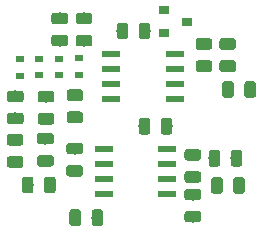
<source format=gtp>
G04 #@! TF.GenerationSoftware,KiCad,Pcbnew,5.0.0*
G04 #@! TF.CreationDate,2018-09-10T00:09:20+02:00*
G04 #@! TF.ProjectId,preamp,707265616D702E6B696361645F706362,rev?*
G04 #@! TF.SameCoordinates,Original*
G04 #@! TF.FileFunction,Paste,Top*
G04 #@! TF.FilePolarity,Positive*
%FSLAX46Y46*%
G04 Gerber Fmt 4.6, Leading zero omitted, Abs format (unit mm)*
G04 Created by KiCad (PCBNEW 5.0.0) date Mon Sep 10 00:09:20 2018*
%MOMM*%
%LPD*%
G01*
G04 APERTURE LIST*
%ADD10C,0.100000*%
%ADD11C,0.975000*%
%ADD12R,0.900000X0.800000*%
%ADD13R,1.550000X0.600000*%
%ADD14R,0.700000X0.600000*%
G04 APERTURE END LIST*
D10*
G04 #@! TO.C,C1*
G36*
X103273599Y-100406392D02*
X103297260Y-100409902D01*
X103320464Y-100415714D01*
X103342986Y-100423772D01*
X103364610Y-100434000D01*
X103385127Y-100446297D01*
X103404340Y-100460547D01*
X103422064Y-100476611D01*
X103438128Y-100494335D01*
X103452378Y-100513548D01*
X103464675Y-100534065D01*
X103474903Y-100555689D01*
X103482961Y-100578211D01*
X103488773Y-100601415D01*
X103492283Y-100625076D01*
X103493457Y-100648968D01*
X103493457Y-101561468D01*
X103492283Y-101585360D01*
X103488773Y-101609021D01*
X103482961Y-101632225D01*
X103474903Y-101654747D01*
X103464675Y-101676371D01*
X103452378Y-101696888D01*
X103438128Y-101716101D01*
X103422064Y-101733825D01*
X103404340Y-101749889D01*
X103385127Y-101764139D01*
X103364610Y-101776436D01*
X103342986Y-101786664D01*
X103320464Y-101794722D01*
X103297260Y-101800534D01*
X103273599Y-101804044D01*
X103249707Y-101805218D01*
X102762207Y-101805218D01*
X102738315Y-101804044D01*
X102714654Y-101800534D01*
X102691450Y-101794722D01*
X102668928Y-101786664D01*
X102647304Y-101776436D01*
X102626787Y-101764139D01*
X102607574Y-101749889D01*
X102589850Y-101733825D01*
X102573786Y-101716101D01*
X102559536Y-101696888D01*
X102547239Y-101676371D01*
X102537011Y-101654747D01*
X102528953Y-101632225D01*
X102523141Y-101609021D01*
X102519631Y-101585360D01*
X102518457Y-101561468D01*
X102518457Y-100648968D01*
X102519631Y-100625076D01*
X102523141Y-100601415D01*
X102528953Y-100578211D01*
X102537011Y-100555689D01*
X102547239Y-100534065D01*
X102559536Y-100513548D01*
X102573786Y-100494335D01*
X102589850Y-100476611D01*
X102607574Y-100460547D01*
X102626787Y-100446297D01*
X102647304Y-100434000D01*
X102668928Y-100423772D01*
X102691450Y-100415714D01*
X102714654Y-100409902D01*
X102738315Y-100406392D01*
X102762207Y-100405218D01*
X103249707Y-100405218D01*
X103273599Y-100406392D01*
X103273599Y-100406392D01*
G37*
D11*
X103005957Y-101105218D03*
D10*
G36*
X101398599Y-100406392D02*
X101422260Y-100409902D01*
X101445464Y-100415714D01*
X101467986Y-100423772D01*
X101489610Y-100434000D01*
X101510127Y-100446297D01*
X101529340Y-100460547D01*
X101547064Y-100476611D01*
X101563128Y-100494335D01*
X101577378Y-100513548D01*
X101589675Y-100534065D01*
X101599903Y-100555689D01*
X101607961Y-100578211D01*
X101613773Y-100601415D01*
X101617283Y-100625076D01*
X101618457Y-100648968D01*
X101618457Y-101561468D01*
X101617283Y-101585360D01*
X101613773Y-101609021D01*
X101607961Y-101632225D01*
X101599903Y-101654747D01*
X101589675Y-101676371D01*
X101577378Y-101696888D01*
X101563128Y-101716101D01*
X101547064Y-101733825D01*
X101529340Y-101749889D01*
X101510127Y-101764139D01*
X101489610Y-101776436D01*
X101467986Y-101786664D01*
X101445464Y-101794722D01*
X101422260Y-101800534D01*
X101398599Y-101804044D01*
X101374707Y-101805218D01*
X100887207Y-101805218D01*
X100863315Y-101804044D01*
X100839654Y-101800534D01*
X100816450Y-101794722D01*
X100793928Y-101786664D01*
X100772304Y-101776436D01*
X100751787Y-101764139D01*
X100732574Y-101749889D01*
X100714850Y-101733825D01*
X100698786Y-101716101D01*
X100684536Y-101696888D01*
X100672239Y-101676371D01*
X100662011Y-101654747D01*
X100653953Y-101632225D01*
X100648141Y-101609021D01*
X100644631Y-101585360D01*
X100643457Y-101561468D01*
X100643457Y-100648968D01*
X100644631Y-100625076D01*
X100648141Y-100601415D01*
X100653953Y-100578211D01*
X100662011Y-100555689D01*
X100672239Y-100534065D01*
X100684536Y-100513548D01*
X100698786Y-100494335D01*
X100714850Y-100476611D01*
X100732574Y-100460547D01*
X100751787Y-100446297D01*
X100772304Y-100434000D01*
X100793928Y-100423772D01*
X100816450Y-100415714D01*
X100839654Y-100409902D01*
X100863315Y-100406392D01*
X100887207Y-100405218D01*
X101374707Y-100405218D01*
X101398599Y-100406392D01*
X101398599Y-100406392D01*
G37*
D11*
X101130957Y-101105218D03*
G04 #@! TD*
D10*
G04 #@! TO.C,C2*
G36*
X90661399Y-101764192D02*
X90685060Y-101767702D01*
X90708264Y-101773514D01*
X90730786Y-101781572D01*
X90752410Y-101791800D01*
X90772927Y-101804097D01*
X90792140Y-101818347D01*
X90809864Y-101834411D01*
X90825928Y-101852135D01*
X90840178Y-101871348D01*
X90852475Y-101891865D01*
X90862703Y-101913489D01*
X90870761Y-101936011D01*
X90876573Y-101959215D01*
X90880083Y-101982876D01*
X90881257Y-102006768D01*
X90881257Y-102494268D01*
X90880083Y-102518160D01*
X90876573Y-102541821D01*
X90870761Y-102565025D01*
X90862703Y-102587547D01*
X90852475Y-102609171D01*
X90840178Y-102629688D01*
X90825928Y-102648901D01*
X90809864Y-102666625D01*
X90792140Y-102682689D01*
X90772927Y-102696939D01*
X90752410Y-102709236D01*
X90730786Y-102719464D01*
X90708264Y-102727522D01*
X90685060Y-102733334D01*
X90661399Y-102736844D01*
X90637507Y-102738018D01*
X89725007Y-102738018D01*
X89701115Y-102736844D01*
X89677454Y-102733334D01*
X89654250Y-102727522D01*
X89631728Y-102719464D01*
X89610104Y-102709236D01*
X89589587Y-102696939D01*
X89570374Y-102682689D01*
X89552650Y-102666625D01*
X89536586Y-102648901D01*
X89522336Y-102629688D01*
X89510039Y-102609171D01*
X89499811Y-102587547D01*
X89491753Y-102565025D01*
X89485941Y-102541821D01*
X89482431Y-102518160D01*
X89481257Y-102494268D01*
X89481257Y-102006768D01*
X89482431Y-101982876D01*
X89485941Y-101959215D01*
X89491753Y-101936011D01*
X89499811Y-101913489D01*
X89510039Y-101891865D01*
X89522336Y-101871348D01*
X89536586Y-101852135D01*
X89552650Y-101834411D01*
X89570374Y-101818347D01*
X89589587Y-101804097D01*
X89610104Y-101791800D01*
X89631728Y-101781572D01*
X89654250Y-101773514D01*
X89677454Y-101767702D01*
X89701115Y-101764192D01*
X89725007Y-101763018D01*
X90637507Y-101763018D01*
X90661399Y-101764192D01*
X90661399Y-101764192D01*
G37*
D11*
X90181257Y-102250518D03*
D10*
G36*
X90661399Y-103639192D02*
X90685060Y-103642702D01*
X90708264Y-103648514D01*
X90730786Y-103656572D01*
X90752410Y-103666800D01*
X90772927Y-103679097D01*
X90792140Y-103693347D01*
X90809864Y-103709411D01*
X90825928Y-103727135D01*
X90840178Y-103746348D01*
X90852475Y-103766865D01*
X90862703Y-103788489D01*
X90870761Y-103811011D01*
X90876573Y-103834215D01*
X90880083Y-103857876D01*
X90881257Y-103881768D01*
X90881257Y-104369268D01*
X90880083Y-104393160D01*
X90876573Y-104416821D01*
X90870761Y-104440025D01*
X90862703Y-104462547D01*
X90852475Y-104484171D01*
X90840178Y-104504688D01*
X90825928Y-104523901D01*
X90809864Y-104541625D01*
X90792140Y-104557689D01*
X90772927Y-104571939D01*
X90752410Y-104584236D01*
X90730786Y-104594464D01*
X90708264Y-104602522D01*
X90685060Y-104608334D01*
X90661399Y-104611844D01*
X90637507Y-104613018D01*
X89725007Y-104613018D01*
X89701115Y-104611844D01*
X89677454Y-104608334D01*
X89654250Y-104602522D01*
X89631728Y-104594464D01*
X89610104Y-104584236D01*
X89589587Y-104571939D01*
X89570374Y-104557689D01*
X89552650Y-104541625D01*
X89536586Y-104523901D01*
X89522336Y-104504688D01*
X89510039Y-104484171D01*
X89499811Y-104462547D01*
X89491753Y-104440025D01*
X89485941Y-104416821D01*
X89482431Y-104393160D01*
X89481257Y-104369268D01*
X89481257Y-103881768D01*
X89482431Y-103857876D01*
X89485941Y-103834215D01*
X89491753Y-103811011D01*
X89499811Y-103788489D01*
X89510039Y-103766865D01*
X89522336Y-103746348D01*
X89536586Y-103727135D01*
X89552650Y-103709411D01*
X89570374Y-103693347D01*
X89589587Y-103679097D01*
X89610104Y-103666800D01*
X89631728Y-103656572D01*
X89654250Y-103648514D01*
X89677454Y-103642702D01*
X89701115Y-103639192D01*
X89725007Y-103638018D01*
X90637507Y-103638018D01*
X90661399Y-103639192D01*
X90661399Y-103639192D01*
G37*
D11*
X90181257Y-104125518D03*
G04 #@! TD*
D10*
G04 #@! TO.C,C3*
G36*
X106652142Y-93648374D02*
X106675803Y-93651884D01*
X106699007Y-93657696D01*
X106721529Y-93665754D01*
X106743153Y-93675982D01*
X106763670Y-93688279D01*
X106782883Y-93702529D01*
X106800607Y-93718593D01*
X106816671Y-93736317D01*
X106830921Y-93755530D01*
X106843218Y-93776047D01*
X106853446Y-93797671D01*
X106861504Y-93820193D01*
X106867316Y-93843397D01*
X106870826Y-93867058D01*
X106872000Y-93890950D01*
X106872000Y-94378450D01*
X106870826Y-94402342D01*
X106867316Y-94426003D01*
X106861504Y-94449207D01*
X106853446Y-94471729D01*
X106843218Y-94493353D01*
X106830921Y-94513870D01*
X106816671Y-94533083D01*
X106800607Y-94550807D01*
X106782883Y-94566871D01*
X106763670Y-94581121D01*
X106743153Y-94593418D01*
X106721529Y-94603646D01*
X106699007Y-94611704D01*
X106675803Y-94617516D01*
X106652142Y-94621026D01*
X106628250Y-94622200D01*
X105715750Y-94622200D01*
X105691858Y-94621026D01*
X105668197Y-94617516D01*
X105644993Y-94611704D01*
X105622471Y-94603646D01*
X105600847Y-94593418D01*
X105580330Y-94581121D01*
X105561117Y-94566871D01*
X105543393Y-94550807D01*
X105527329Y-94533083D01*
X105513079Y-94513870D01*
X105500782Y-94493353D01*
X105490554Y-94471729D01*
X105482496Y-94449207D01*
X105476684Y-94426003D01*
X105473174Y-94402342D01*
X105472000Y-94378450D01*
X105472000Y-93890950D01*
X105473174Y-93867058D01*
X105476684Y-93843397D01*
X105482496Y-93820193D01*
X105490554Y-93797671D01*
X105500782Y-93776047D01*
X105513079Y-93755530D01*
X105527329Y-93736317D01*
X105543393Y-93718593D01*
X105561117Y-93702529D01*
X105580330Y-93688279D01*
X105600847Y-93675982D01*
X105622471Y-93665754D01*
X105644993Y-93657696D01*
X105668197Y-93651884D01*
X105691858Y-93648374D01*
X105715750Y-93647200D01*
X106628250Y-93647200D01*
X106652142Y-93648374D01*
X106652142Y-93648374D01*
G37*
D11*
X106172000Y-94134700D03*
D10*
G36*
X106652142Y-95523374D02*
X106675803Y-95526884D01*
X106699007Y-95532696D01*
X106721529Y-95540754D01*
X106743153Y-95550982D01*
X106763670Y-95563279D01*
X106782883Y-95577529D01*
X106800607Y-95593593D01*
X106816671Y-95611317D01*
X106830921Y-95630530D01*
X106843218Y-95651047D01*
X106853446Y-95672671D01*
X106861504Y-95695193D01*
X106867316Y-95718397D01*
X106870826Y-95742058D01*
X106872000Y-95765950D01*
X106872000Y-96253450D01*
X106870826Y-96277342D01*
X106867316Y-96301003D01*
X106861504Y-96324207D01*
X106853446Y-96346729D01*
X106843218Y-96368353D01*
X106830921Y-96388870D01*
X106816671Y-96408083D01*
X106800607Y-96425807D01*
X106782883Y-96441871D01*
X106763670Y-96456121D01*
X106743153Y-96468418D01*
X106721529Y-96478646D01*
X106699007Y-96486704D01*
X106675803Y-96492516D01*
X106652142Y-96496026D01*
X106628250Y-96497200D01*
X105715750Y-96497200D01*
X105691858Y-96496026D01*
X105668197Y-96492516D01*
X105644993Y-96486704D01*
X105622471Y-96478646D01*
X105600847Y-96468418D01*
X105580330Y-96456121D01*
X105561117Y-96441871D01*
X105543393Y-96425807D01*
X105527329Y-96408083D01*
X105513079Y-96388870D01*
X105500782Y-96368353D01*
X105490554Y-96346729D01*
X105482496Y-96324207D01*
X105476684Y-96301003D01*
X105473174Y-96277342D01*
X105472000Y-96253450D01*
X105472000Y-95765950D01*
X105473174Y-95742058D01*
X105476684Y-95718397D01*
X105482496Y-95695193D01*
X105490554Y-95672671D01*
X105500782Y-95651047D01*
X105513079Y-95630530D01*
X105527329Y-95611317D01*
X105543393Y-95593593D01*
X105561117Y-95577529D01*
X105580330Y-95563279D01*
X105600847Y-95550982D01*
X105622471Y-95540754D01*
X105644993Y-95532696D01*
X105668197Y-95526884D01*
X105691858Y-95523374D01*
X105715750Y-95522200D01*
X106628250Y-95522200D01*
X106652142Y-95523374D01*
X106652142Y-95523374D01*
G37*
D11*
X106172000Y-96009700D03*
G04 #@! TD*
D10*
G04 #@! TO.C,C4*
G36*
X95715999Y-97979592D02*
X95739660Y-97983102D01*
X95762864Y-97988914D01*
X95785386Y-97996972D01*
X95807010Y-98007200D01*
X95827527Y-98019497D01*
X95846740Y-98033747D01*
X95864464Y-98049811D01*
X95880528Y-98067535D01*
X95894778Y-98086748D01*
X95907075Y-98107265D01*
X95917303Y-98128889D01*
X95925361Y-98151411D01*
X95931173Y-98174615D01*
X95934683Y-98198276D01*
X95935857Y-98222168D01*
X95935857Y-98709668D01*
X95934683Y-98733560D01*
X95931173Y-98757221D01*
X95925361Y-98780425D01*
X95917303Y-98802947D01*
X95907075Y-98824571D01*
X95894778Y-98845088D01*
X95880528Y-98864301D01*
X95864464Y-98882025D01*
X95846740Y-98898089D01*
X95827527Y-98912339D01*
X95807010Y-98924636D01*
X95785386Y-98934864D01*
X95762864Y-98942922D01*
X95739660Y-98948734D01*
X95715999Y-98952244D01*
X95692107Y-98953418D01*
X94779607Y-98953418D01*
X94755715Y-98952244D01*
X94732054Y-98948734D01*
X94708850Y-98942922D01*
X94686328Y-98934864D01*
X94664704Y-98924636D01*
X94644187Y-98912339D01*
X94624974Y-98898089D01*
X94607250Y-98882025D01*
X94591186Y-98864301D01*
X94576936Y-98845088D01*
X94564639Y-98824571D01*
X94554411Y-98802947D01*
X94546353Y-98780425D01*
X94540541Y-98757221D01*
X94537031Y-98733560D01*
X94535857Y-98709668D01*
X94535857Y-98222168D01*
X94537031Y-98198276D01*
X94540541Y-98174615D01*
X94546353Y-98151411D01*
X94554411Y-98128889D01*
X94564639Y-98107265D01*
X94576936Y-98086748D01*
X94591186Y-98067535D01*
X94607250Y-98049811D01*
X94624974Y-98033747D01*
X94644187Y-98019497D01*
X94664704Y-98007200D01*
X94686328Y-97996972D01*
X94708850Y-97988914D01*
X94732054Y-97983102D01*
X94755715Y-97979592D01*
X94779607Y-97978418D01*
X95692107Y-97978418D01*
X95715999Y-97979592D01*
X95715999Y-97979592D01*
G37*
D11*
X95235857Y-98465918D03*
D10*
G36*
X95715999Y-99854592D02*
X95739660Y-99858102D01*
X95762864Y-99863914D01*
X95785386Y-99871972D01*
X95807010Y-99882200D01*
X95827527Y-99894497D01*
X95846740Y-99908747D01*
X95864464Y-99924811D01*
X95880528Y-99942535D01*
X95894778Y-99961748D01*
X95907075Y-99982265D01*
X95917303Y-100003889D01*
X95925361Y-100026411D01*
X95931173Y-100049615D01*
X95934683Y-100073276D01*
X95935857Y-100097168D01*
X95935857Y-100584668D01*
X95934683Y-100608560D01*
X95931173Y-100632221D01*
X95925361Y-100655425D01*
X95917303Y-100677947D01*
X95907075Y-100699571D01*
X95894778Y-100720088D01*
X95880528Y-100739301D01*
X95864464Y-100757025D01*
X95846740Y-100773089D01*
X95827527Y-100787339D01*
X95807010Y-100799636D01*
X95785386Y-100809864D01*
X95762864Y-100817922D01*
X95739660Y-100823734D01*
X95715999Y-100827244D01*
X95692107Y-100828418D01*
X94779607Y-100828418D01*
X94755715Y-100827244D01*
X94732054Y-100823734D01*
X94708850Y-100817922D01*
X94686328Y-100809864D01*
X94664704Y-100799636D01*
X94644187Y-100787339D01*
X94624974Y-100773089D01*
X94607250Y-100757025D01*
X94591186Y-100739301D01*
X94576936Y-100720088D01*
X94564639Y-100699571D01*
X94554411Y-100677947D01*
X94546353Y-100655425D01*
X94540541Y-100632221D01*
X94537031Y-100608560D01*
X94535857Y-100584668D01*
X94535857Y-100097168D01*
X94537031Y-100073276D01*
X94540541Y-100049615D01*
X94546353Y-100026411D01*
X94554411Y-100003889D01*
X94564639Y-99982265D01*
X94576936Y-99961748D01*
X94591186Y-99942535D01*
X94607250Y-99924811D01*
X94624974Y-99908747D01*
X94644187Y-99894497D01*
X94664704Y-99882200D01*
X94686328Y-99871972D01*
X94708850Y-99863914D01*
X94732054Y-99858102D01*
X94755715Y-99854592D01*
X94779607Y-99853418D01*
X95692107Y-99853418D01*
X95715999Y-99854592D01*
X95715999Y-99854592D01*
G37*
D11*
X95235857Y-100340918D03*
G04 #@! TD*
D10*
G04 #@! TO.C,C5*
G36*
X93226799Y-103539892D02*
X93250460Y-103543402D01*
X93273664Y-103549214D01*
X93296186Y-103557272D01*
X93317810Y-103567500D01*
X93338327Y-103579797D01*
X93357540Y-103594047D01*
X93375264Y-103610111D01*
X93391328Y-103627835D01*
X93405578Y-103647048D01*
X93417875Y-103667565D01*
X93428103Y-103689189D01*
X93436161Y-103711711D01*
X93441973Y-103734915D01*
X93445483Y-103758576D01*
X93446657Y-103782468D01*
X93446657Y-104269968D01*
X93445483Y-104293860D01*
X93441973Y-104317521D01*
X93436161Y-104340725D01*
X93428103Y-104363247D01*
X93417875Y-104384871D01*
X93405578Y-104405388D01*
X93391328Y-104424601D01*
X93375264Y-104442325D01*
X93357540Y-104458389D01*
X93338327Y-104472639D01*
X93317810Y-104484936D01*
X93296186Y-104495164D01*
X93273664Y-104503222D01*
X93250460Y-104509034D01*
X93226799Y-104512544D01*
X93202907Y-104513718D01*
X92290407Y-104513718D01*
X92266515Y-104512544D01*
X92242854Y-104509034D01*
X92219650Y-104503222D01*
X92197128Y-104495164D01*
X92175504Y-104484936D01*
X92154987Y-104472639D01*
X92135774Y-104458389D01*
X92118050Y-104442325D01*
X92101986Y-104424601D01*
X92087736Y-104405388D01*
X92075439Y-104384871D01*
X92065211Y-104363247D01*
X92057153Y-104340725D01*
X92051341Y-104317521D01*
X92047831Y-104293860D01*
X92046657Y-104269968D01*
X92046657Y-103782468D01*
X92047831Y-103758576D01*
X92051341Y-103734915D01*
X92057153Y-103711711D01*
X92065211Y-103689189D01*
X92075439Y-103667565D01*
X92087736Y-103647048D01*
X92101986Y-103627835D01*
X92118050Y-103610111D01*
X92135774Y-103594047D01*
X92154987Y-103579797D01*
X92175504Y-103567500D01*
X92197128Y-103557272D01*
X92219650Y-103549214D01*
X92242854Y-103543402D01*
X92266515Y-103539892D01*
X92290407Y-103538718D01*
X93202907Y-103538718D01*
X93226799Y-103539892D01*
X93226799Y-103539892D01*
G37*
D11*
X92746657Y-104026218D03*
D10*
G36*
X93226799Y-101664892D02*
X93250460Y-101668402D01*
X93273664Y-101674214D01*
X93296186Y-101682272D01*
X93317810Y-101692500D01*
X93338327Y-101704797D01*
X93357540Y-101719047D01*
X93375264Y-101735111D01*
X93391328Y-101752835D01*
X93405578Y-101772048D01*
X93417875Y-101792565D01*
X93428103Y-101814189D01*
X93436161Y-101836711D01*
X93441973Y-101859915D01*
X93445483Y-101883576D01*
X93446657Y-101907468D01*
X93446657Y-102394968D01*
X93445483Y-102418860D01*
X93441973Y-102442521D01*
X93436161Y-102465725D01*
X93428103Y-102488247D01*
X93417875Y-102509871D01*
X93405578Y-102530388D01*
X93391328Y-102549601D01*
X93375264Y-102567325D01*
X93357540Y-102583389D01*
X93338327Y-102597639D01*
X93317810Y-102609936D01*
X93296186Y-102620164D01*
X93273664Y-102628222D01*
X93250460Y-102634034D01*
X93226799Y-102637544D01*
X93202907Y-102638718D01*
X92290407Y-102638718D01*
X92266515Y-102637544D01*
X92242854Y-102634034D01*
X92219650Y-102628222D01*
X92197128Y-102620164D01*
X92175504Y-102609936D01*
X92154987Y-102597639D01*
X92135774Y-102583389D01*
X92118050Y-102567325D01*
X92101986Y-102549601D01*
X92087736Y-102530388D01*
X92075439Y-102509871D01*
X92065211Y-102488247D01*
X92057153Y-102465725D01*
X92051341Y-102442521D01*
X92047831Y-102418860D01*
X92046657Y-102394968D01*
X92046657Y-101907468D01*
X92047831Y-101883576D01*
X92051341Y-101859915D01*
X92057153Y-101836711D01*
X92065211Y-101814189D01*
X92075439Y-101792565D01*
X92087736Y-101772048D01*
X92101986Y-101752835D01*
X92118050Y-101735111D01*
X92135774Y-101719047D01*
X92154987Y-101704797D01*
X92175504Y-101692500D01*
X92197128Y-101682272D01*
X92219650Y-101674214D01*
X92242854Y-101668402D01*
X92266515Y-101664892D01*
X92290407Y-101663718D01*
X93202907Y-101663718D01*
X93226799Y-101664892D01*
X93226799Y-101664892D01*
G37*
D11*
X92746657Y-102151218D03*
G04 #@! TD*
D10*
G04 #@! TO.C,C6*
G36*
X101408142Y-92341374D02*
X101431803Y-92344884D01*
X101455007Y-92350696D01*
X101477529Y-92358754D01*
X101499153Y-92368982D01*
X101519670Y-92381279D01*
X101538883Y-92395529D01*
X101556607Y-92411593D01*
X101572671Y-92429317D01*
X101586921Y-92448530D01*
X101599218Y-92469047D01*
X101609446Y-92490671D01*
X101617504Y-92513193D01*
X101623316Y-92536397D01*
X101626826Y-92560058D01*
X101628000Y-92583950D01*
X101628000Y-93496450D01*
X101626826Y-93520342D01*
X101623316Y-93544003D01*
X101617504Y-93567207D01*
X101609446Y-93589729D01*
X101599218Y-93611353D01*
X101586921Y-93631870D01*
X101572671Y-93651083D01*
X101556607Y-93668807D01*
X101538883Y-93684871D01*
X101519670Y-93699121D01*
X101499153Y-93711418D01*
X101477529Y-93721646D01*
X101455007Y-93729704D01*
X101431803Y-93735516D01*
X101408142Y-93739026D01*
X101384250Y-93740200D01*
X100896750Y-93740200D01*
X100872858Y-93739026D01*
X100849197Y-93735516D01*
X100825993Y-93729704D01*
X100803471Y-93721646D01*
X100781847Y-93711418D01*
X100761330Y-93699121D01*
X100742117Y-93684871D01*
X100724393Y-93668807D01*
X100708329Y-93651083D01*
X100694079Y-93631870D01*
X100681782Y-93611353D01*
X100671554Y-93589729D01*
X100663496Y-93567207D01*
X100657684Y-93544003D01*
X100654174Y-93520342D01*
X100653000Y-93496450D01*
X100653000Y-92583950D01*
X100654174Y-92560058D01*
X100657684Y-92536397D01*
X100663496Y-92513193D01*
X100671554Y-92490671D01*
X100681782Y-92469047D01*
X100694079Y-92448530D01*
X100708329Y-92429317D01*
X100724393Y-92411593D01*
X100742117Y-92395529D01*
X100761330Y-92381279D01*
X100781847Y-92368982D01*
X100803471Y-92358754D01*
X100825993Y-92350696D01*
X100849197Y-92344884D01*
X100872858Y-92341374D01*
X100896750Y-92340200D01*
X101384250Y-92340200D01*
X101408142Y-92341374D01*
X101408142Y-92341374D01*
G37*
D11*
X101140500Y-93040200D03*
D10*
G36*
X99533142Y-92341374D02*
X99556803Y-92344884D01*
X99580007Y-92350696D01*
X99602529Y-92358754D01*
X99624153Y-92368982D01*
X99644670Y-92381279D01*
X99663883Y-92395529D01*
X99681607Y-92411593D01*
X99697671Y-92429317D01*
X99711921Y-92448530D01*
X99724218Y-92469047D01*
X99734446Y-92490671D01*
X99742504Y-92513193D01*
X99748316Y-92536397D01*
X99751826Y-92560058D01*
X99753000Y-92583950D01*
X99753000Y-93496450D01*
X99751826Y-93520342D01*
X99748316Y-93544003D01*
X99742504Y-93567207D01*
X99734446Y-93589729D01*
X99724218Y-93611353D01*
X99711921Y-93631870D01*
X99697671Y-93651083D01*
X99681607Y-93668807D01*
X99663883Y-93684871D01*
X99644670Y-93699121D01*
X99624153Y-93711418D01*
X99602529Y-93721646D01*
X99580007Y-93729704D01*
X99556803Y-93735516D01*
X99533142Y-93739026D01*
X99509250Y-93740200D01*
X99021750Y-93740200D01*
X98997858Y-93739026D01*
X98974197Y-93735516D01*
X98950993Y-93729704D01*
X98928471Y-93721646D01*
X98906847Y-93711418D01*
X98886330Y-93699121D01*
X98867117Y-93684871D01*
X98849393Y-93668807D01*
X98833329Y-93651083D01*
X98819079Y-93631870D01*
X98806782Y-93611353D01*
X98796554Y-93589729D01*
X98788496Y-93567207D01*
X98782684Y-93544003D01*
X98779174Y-93520342D01*
X98778000Y-93496450D01*
X98778000Y-92583950D01*
X98779174Y-92560058D01*
X98782684Y-92536397D01*
X98788496Y-92513193D01*
X98796554Y-92490671D01*
X98806782Y-92469047D01*
X98819079Y-92448530D01*
X98833329Y-92429317D01*
X98849393Y-92411593D01*
X98867117Y-92395529D01*
X98886330Y-92381279D01*
X98906847Y-92368982D01*
X98928471Y-92358754D01*
X98950993Y-92350696D01*
X98974197Y-92344884D01*
X98997858Y-92341374D01*
X99021750Y-92340200D01*
X99509250Y-92340200D01*
X99533142Y-92341374D01*
X99533142Y-92341374D01*
G37*
D11*
X99265500Y-93040200D03*
G04 #@! TD*
D10*
G04 #@! TO.C,C7*
G36*
X97407642Y-108140174D02*
X97431303Y-108143684D01*
X97454507Y-108149496D01*
X97477029Y-108157554D01*
X97498653Y-108167782D01*
X97519170Y-108180079D01*
X97538383Y-108194329D01*
X97556107Y-108210393D01*
X97572171Y-108228117D01*
X97586421Y-108247330D01*
X97598718Y-108267847D01*
X97608946Y-108289471D01*
X97617004Y-108311993D01*
X97622816Y-108335197D01*
X97626326Y-108358858D01*
X97627500Y-108382750D01*
X97627500Y-109295250D01*
X97626326Y-109319142D01*
X97622816Y-109342803D01*
X97617004Y-109366007D01*
X97608946Y-109388529D01*
X97598718Y-109410153D01*
X97586421Y-109430670D01*
X97572171Y-109449883D01*
X97556107Y-109467607D01*
X97538383Y-109483671D01*
X97519170Y-109497921D01*
X97498653Y-109510218D01*
X97477029Y-109520446D01*
X97454507Y-109528504D01*
X97431303Y-109534316D01*
X97407642Y-109537826D01*
X97383750Y-109539000D01*
X96896250Y-109539000D01*
X96872358Y-109537826D01*
X96848697Y-109534316D01*
X96825493Y-109528504D01*
X96802971Y-109520446D01*
X96781347Y-109510218D01*
X96760830Y-109497921D01*
X96741617Y-109483671D01*
X96723893Y-109467607D01*
X96707829Y-109449883D01*
X96693579Y-109430670D01*
X96681282Y-109410153D01*
X96671054Y-109388529D01*
X96662996Y-109366007D01*
X96657184Y-109342803D01*
X96653674Y-109319142D01*
X96652500Y-109295250D01*
X96652500Y-108382750D01*
X96653674Y-108358858D01*
X96657184Y-108335197D01*
X96662996Y-108311993D01*
X96671054Y-108289471D01*
X96681282Y-108267847D01*
X96693579Y-108247330D01*
X96707829Y-108228117D01*
X96723893Y-108210393D01*
X96741617Y-108194329D01*
X96760830Y-108180079D01*
X96781347Y-108167782D01*
X96802971Y-108157554D01*
X96825493Y-108149496D01*
X96848697Y-108143684D01*
X96872358Y-108140174D01*
X96896250Y-108139000D01*
X97383750Y-108139000D01*
X97407642Y-108140174D01*
X97407642Y-108140174D01*
G37*
D11*
X97140000Y-108839000D03*
D10*
G36*
X95532642Y-108140174D02*
X95556303Y-108143684D01*
X95579507Y-108149496D01*
X95602029Y-108157554D01*
X95623653Y-108167782D01*
X95644170Y-108180079D01*
X95663383Y-108194329D01*
X95681107Y-108210393D01*
X95697171Y-108228117D01*
X95711421Y-108247330D01*
X95723718Y-108267847D01*
X95733946Y-108289471D01*
X95742004Y-108311993D01*
X95747816Y-108335197D01*
X95751326Y-108358858D01*
X95752500Y-108382750D01*
X95752500Y-109295250D01*
X95751326Y-109319142D01*
X95747816Y-109342803D01*
X95742004Y-109366007D01*
X95733946Y-109388529D01*
X95723718Y-109410153D01*
X95711421Y-109430670D01*
X95697171Y-109449883D01*
X95681107Y-109467607D01*
X95663383Y-109483671D01*
X95644170Y-109497921D01*
X95623653Y-109510218D01*
X95602029Y-109520446D01*
X95579507Y-109528504D01*
X95556303Y-109534316D01*
X95532642Y-109537826D01*
X95508750Y-109539000D01*
X95021250Y-109539000D01*
X94997358Y-109537826D01*
X94973697Y-109534316D01*
X94950493Y-109528504D01*
X94927971Y-109520446D01*
X94906347Y-109510218D01*
X94885830Y-109497921D01*
X94866617Y-109483671D01*
X94848893Y-109467607D01*
X94832829Y-109449883D01*
X94818579Y-109430670D01*
X94806282Y-109410153D01*
X94796054Y-109388529D01*
X94787996Y-109366007D01*
X94782184Y-109342803D01*
X94778674Y-109319142D01*
X94777500Y-109295250D01*
X94777500Y-108382750D01*
X94778674Y-108358858D01*
X94782184Y-108335197D01*
X94787996Y-108311993D01*
X94796054Y-108289471D01*
X94806282Y-108267847D01*
X94818579Y-108247330D01*
X94832829Y-108228117D01*
X94848893Y-108210393D01*
X94866617Y-108194329D01*
X94885830Y-108180079D01*
X94906347Y-108167782D01*
X94927971Y-108157554D01*
X94950493Y-108149496D01*
X94973697Y-108143684D01*
X94997358Y-108140174D01*
X95021250Y-108139000D01*
X95508750Y-108139000D01*
X95532642Y-108140174D01*
X95532642Y-108140174D01*
G37*
D11*
X95265000Y-108839000D03*
G04 #@! TD*
D10*
G04 #@! TO.C,C8*
G36*
X109409142Y-105422374D02*
X109432803Y-105425884D01*
X109456007Y-105431696D01*
X109478529Y-105439754D01*
X109500153Y-105449982D01*
X109520670Y-105462279D01*
X109539883Y-105476529D01*
X109557607Y-105492593D01*
X109573671Y-105510317D01*
X109587921Y-105529530D01*
X109600218Y-105550047D01*
X109610446Y-105571671D01*
X109618504Y-105594193D01*
X109624316Y-105617397D01*
X109627826Y-105641058D01*
X109629000Y-105664950D01*
X109629000Y-106577450D01*
X109627826Y-106601342D01*
X109624316Y-106625003D01*
X109618504Y-106648207D01*
X109610446Y-106670729D01*
X109600218Y-106692353D01*
X109587921Y-106712870D01*
X109573671Y-106732083D01*
X109557607Y-106749807D01*
X109539883Y-106765871D01*
X109520670Y-106780121D01*
X109500153Y-106792418D01*
X109478529Y-106802646D01*
X109456007Y-106810704D01*
X109432803Y-106816516D01*
X109409142Y-106820026D01*
X109385250Y-106821200D01*
X108897750Y-106821200D01*
X108873858Y-106820026D01*
X108850197Y-106816516D01*
X108826993Y-106810704D01*
X108804471Y-106802646D01*
X108782847Y-106792418D01*
X108762330Y-106780121D01*
X108743117Y-106765871D01*
X108725393Y-106749807D01*
X108709329Y-106732083D01*
X108695079Y-106712870D01*
X108682782Y-106692353D01*
X108672554Y-106670729D01*
X108664496Y-106648207D01*
X108658684Y-106625003D01*
X108655174Y-106601342D01*
X108654000Y-106577450D01*
X108654000Y-105664950D01*
X108655174Y-105641058D01*
X108658684Y-105617397D01*
X108664496Y-105594193D01*
X108672554Y-105571671D01*
X108682782Y-105550047D01*
X108695079Y-105529530D01*
X108709329Y-105510317D01*
X108725393Y-105492593D01*
X108743117Y-105476529D01*
X108762330Y-105462279D01*
X108782847Y-105449982D01*
X108804471Y-105439754D01*
X108826993Y-105431696D01*
X108850197Y-105425884D01*
X108873858Y-105422374D01*
X108897750Y-105421200D01*
X109385250Y-105421200D01*
X109409142Y-105422374D01*
X109409142Y-105422374D01*
G37*
D11*
X109141500Y-106121200D03*
D10*
G36*
X107534142Y-105422374D02*
X107557803Y-105425884D01*
X107581007Y-105431696D01*
X107603529Y-105439754D01*
X107625153Y-105449982D01*
X107645670Y-105462279D01*
X107664883Y-105476529D01*
X107682607Y-105492593D01*
X107698671Y-105510317D01*
X107712921Y-105529530D01*
X107725218Y-105550047D01*
X107735446Y-105571671D01*
X107743504Y-105594193D01*
X107749316Y-105617397D01*
X107752826Y-105641058D01*
X107754000Y-105664950D01*
X107754000Y-106577450D01*
X107752826Y-106601342D01*
X107749316Y-106625003D01*
X107743504Y-106648207D01*
X107735446Y-106670729D01*
X107725218Y-106692353D01*
X107712921Y-106712870D01*
X107698671Y-106732083D01*
X107682607Y-106749807D01*
X107664883Y-106765871D01*
X107645670Y-106780121D01*
X107625153Y-106792418D01*
X107603529Y-106802646D01*
X107581007Y-106810704D01*
X107557803Y-106816516D01*
X107534142Y-106820026D01*
X107510250Y-106821200D01*
X107022750Y-106821200D01*
X106998858Y-106820026D01*
X106975197Y-106816516D01*
X106951993Y-106810704D01*
X106929471Y-106802646D01*
X106907847Y-106792418D01*
X106887330Y-106780121D01*
X106868117Y-106765871D01*
X106850393Y-106749807D01*
X106834329Y-106732083D01*
X106820079Y-106712870D01*
X106807782Y-106692353D01*
X106797554Y-106670729D01*
X106789496Y-106648207D01*
X106783684Y-106625003D01*
X106780174Y-106601342D01*
X106779000Y-106577450D01*
X106779000Y-105664950D01*
X106780174Y-105641058D01*
X106783684Y-105617397D01*
X106789496Y-105594193D01*
X106797554Y-105571671D01*
X106807782Y-105550047D01*
X106820079Y-105529530D01*
X106834329Y-105510317D01*
X106850393Y-105492593D01*
X106868117Y-105476529D01*
X106887330Y-105462279D01*
X106907847Y-105449982D01*
X106929471Y-105439754D01*
X106951993Y-105431696D01*
X106975197Y-105425884D01*
X106998858Y-105422374D01*
X107022750Y-105421200D01*
X107510250Y-105421200D01*
X107534142Y-105422374D01*
X107534142Y-105422374D01*
G37*
D11*
X107266500Y-106121200D03*
G04 #@! TD*
D12*
G04 #@! TO.C,Q1*
X102759000Y-91302800D03*
X102759000Y-93202800D03*
X104759000Y-92252800D03*
G04 #@! TD*
D10*
G04 #@! TO.C,R1*
G36*
X96492142Y-91489374D02*
X96515803Y-91492884D01*
X96539007Y-91498696D01*
X96561529Y-91506754D01*
X96583153Y-91516982D01*
X96603670Y-91529279D01*
X96622883Y-91543529D01*
X96640607Y-91559593D01*
X96656671Y-91577317D01*
X96670921Y-91596530D01*
X96683218Y-91617047D01*
X96693446Y-91638671D01*
X96701504Y-91661193D01*
X96707316Y-91684397D01*
X96710826Y-91708058D01*
X96712000Y-91731950D01*
X96712000Y-92219450D01*
X96710826Y-92243342D01*
X96707316Y-92267003D01*
X96701504Y-92290207D01*
X96693446Y-92312729D01*
X96683218Y-92334353D01*
X96670921Y-92354870D01*
X96656671Y-92374083D01*
X96640607Y-92391807D01*
X96622883Y-92407871D01*
X96603670Y-92422121D01*
X96583153Y-92434418D01*
X96561529Y-92444646D01*
X96539007Y-92452704D01*
X96515803Y-92458516D01*
X96492142Y-92462026D01*
X96468250Y-92463200D01*
X95555750Y-92463200D01*
X95531858Y-92462026D01*
X95508197Y-92458516D01*
X95484993Y-92452704D01*
X95462471Y-92444646D01*
X95440847Y-92434418D01*
X95420330Y-92422121D01*
X95401117Y-92407871D01*
X95383393Y-92391807D01*
X95367329Y-92374083D01*
X95353079Y-92354870D01*
X95340782Y-92334353D01*
X95330554Y-92312729D01*
X95322496Y-92290207D01*
X95316684Y-92267003D01*
X95313174Y-92243342D01*
X95312000Y-92219450D01*
X95312000Y-91731950D01*
X95313174Y-91708058D01*
X95316684Y-91684397D01*
X95322496Y-91661193D01*
X95330554Y-91638671D01*
X95340782Y-91617047D01*
X95353079Y-91596530D01*
X95367329Y-91577317D01*
X95383393Y-91559593D01*
X95401117Y-91543529D01*
X95420330Y-91529279D01*
X95440847Y-91516982D01*
X95462471Y-91506754D01*
X95484993Y-91498696D01*
X95508197Y-91492884D01*
X95531858Y-91489374D01*
X95555750Y-91488200D01*
X96468250Y-91488200D01*
X96492142Y-91489374D01*
X96492142Y-91489374D01*
G37*
D11*
X96012000Y-91975700D03*
D10*
G36*
X96492142Y-93364374D02*
X96515803Y-93367884D01*
X96539007Y-93373696D01*
X96561529Y-93381754D01*
X96583153Y-93391982D01*
X96603670Y-93404279D01*
X96622883Y-93418529D01*
X96640607Y-93434593D01*
X96656671Y-93452317D01*
X96670921Y-93471530D01*
X96683218Y-93492047D01*
X96693446Y-93513671D01*
X96701504Y-93536193D01*
X96707316Y-93559397D01*
X96710826Y-93583058D01*
X96712000Y-93606950D01*
X96712000Y-94094450D01*
X96710826Y-94118342D01*
X96707316Y-94142003D01*
X96701504Y-94165207D01*
X96693446Y-94187729D01*
X96683218Y-94209353D01*
X96670921Y-94229870D01*
X96656671Y-94249083D01*
X96640607Y-94266807D01*
X96622883Y-94282871D01*
X96603670Y-94297121D01*
X96583153Y-94309418D01*
X96561529Y-94319646D01*
X96539007Y-94327704D01*
X96515803Y-94333516D01*
X96492142Y-94337026D01*
X96468250Y-94338200D01*
X95555750Y-94338200D01*
X95531858Y-94337026D01*
X95508197Y-94333516D01*
X95484993Y-94327704D01*
X95462471Y-94319646D01*
X95440847Y-94309418D01*
X95420330Y-94297121D01*
X95401117Y-94282871D01*
X95383393Y-94266807D01*
X95367329Y-94249083D01*
X95353079Y-94229870D01*
X95340782Y-94209353D01*
X95330554Y-94187729D01*
X95322496Y-94165207D01*
X95316684Y-94142003D01*
X95313174Y-94118342D01*
X95312000Y-94094450D01*
X95312000Y-93606950D01*
X95313174Y-93583058D01*
X95316684Y-93559397D01*
X95322496Y-93536193D01*
X95330554Y-93513671D01*
X95340782Y-93492047D01*
X95353079Y-93471530D01*
X95367329Y-93452317D01*
X95383393Y-93434593D01*
X95401117Y-93418529D01*
X95420330Y-93404279D01*
X95440847Y-93391982D01*
X95462471Y-93381754D01*
X95484993Y-93373696D01*
X95508197Y-93367884D01*
X95531858Y-93364374D01*
X95555750Y-93363200D01*
X96468250Y-93363200D01*
X96492142Y-93364374D01*
X96492142Y-93364374D01*
G37*
D11*
X96012000Y-93850700D03*
G04 #@! TD*
D10*
G04 #@! TO.C,R2*
G36*
X94434742Y-93364374D02*
X94458403Y-93367884D01*
X94481607Y-93373696D01*
X94504129Y-93381754D01*
X94525753Y-93391982D01*
X94546270Y-93404279D01*
X94565483Y-93418529D01*
X94583207Y-93434593D01*
X94599271Y-93452317D01*
X94613521Y-93471530D01*
X94625818Y-93492047D01*
X94636046Y-93513671D01*
X94644104Y-93536193D01*
X94649916Y-93559397D01*
X94653426Y-93583058D01*
X94654600Y-93606950D01*
X94654600Y-94094450D01*
X94653426Y-94118342D01*
X94649916Y-94142003D01*
X94644104Y-94165207D01*
X94636046Y-94187729D01*
X94625818Y-94209353D01*
X94613521Y-94229870D01*
X94599271Y-94249083D01*
X94583207Y-94266807D01*
X94565483Y-94282871D01*
X94546270Y-94297121D01*
X94525753Y-94309418D01*
X94504129Y-94319646D01*
X94481607Y-94327704D01*
X94458403Y-94333516D01*
X94434742Y-94337026D01*
X94410850Y-94338200D01*
X93498350Y-94338200D01*
X93474458Y-94337026D01*
X93450797Y-94333516D01*
X93427593Y-94327704D01*
X93405071Y-94319646D01*
X93383447Y-94309418D01*
X93362930Y-94297121D01*
X93343717Y-94282871D01*
X93325993Y-94266807D01*
X93309929Y-94249083D01*
X93295679Y-94229870D01*
X93283382Y-94209353D01*
X93273154Y-94187729D01*
X93265096Y-94165207D01*
X93259284Y-94142003D01*
X93255774Y-94118342D01*
X93254600Y-94094450D01*
X93254600Y-93606950D01*
X93255774Y-93583058D01*
X93259284Y-93559397D01*
X93265096Y-93536193D01*
X93273154Y-93513671D01*
X93283382Y-93492047D01*
X93295679Y-93471530D01*
X93309929Y-93452317D01*
X93325993Y-93434593D01*
X93343717Y-93418529D01*
X93362930Y-93404279D01*
X93383447Y-93391982D01*
X93405071Y-93381754D01*
X93427593Y-93373696D01*
X93450797Y-93367884D01*
X93474458Y-93364374D01*
X93498350Y-93363200D01*
X94410850Y-93363200D01*
X94434742Y-93364374D01*
X94434742Y-93364374D01*
G37*
D11*
X93954600Y-93850700D03*
D10*
G36*
X94434742Y-91489374D02*
X94458403Y-91492884D01*
X94481607Y-91498696D01*
X94504129Y-91506754D01*
X94525753Y-91516982D01*
X94546270Y-91529279D01*
X94565483Y-91543529D01*
X94583207Y-91559593D01*
X94599271Y-91577317D01*
X94613521Y-91596530D01*
X94625818Y-91617047D01*
X94636046Y-91638671D01*
X94644104Y-91661193D01*
X94649916Y-91684397D01*
X94653426Y-91708058D01*
X94654600Y-91731950D01*
X94654600Y-92219450D01*
X94653426Y-92243342D01*
X94649916Y-92267003D01*
X94644104Y-92290207D01*
X94636046Y-92312729D01*
X94625818Y-92334353D01*
X94613521Y-92354870D01*
X94599271Y-92374083D01*
X94583207Y-92391807D01*
X94565483Y-92407871D01*
X94546270Y-92422121D01*
X94525753Y-92434418D01*
X94504129Y-92444646D01*
X94481607Y-92452704D01*
X94458403Y-92458516D01*
X94434742Y-92462026D01*
X94410850Y-92463200D01*
X93498350Y-92463200D01*
X93474458Y-92462026D01*
X93450797Y-92458516D01*
X93427593Y-92452704D01*
X93405071Y-92444646D01*
X93383447Y-92434418D01*
X93362930Y-92422121D01*
X93343717Y-92407871D01*
X93325993Y-92391807D01*
X93309929Y-92374083D01*
X93295679Y-92354870D01*
X93283382Y-92334353D01*
X93273154Y-92312729D01*
X93265096Y-92290207D01*
X93259284Y-92267003D01*
X93255774Y-92243342D01*
X93254600Y-92219450D01*
X93254600Y-91731950D01*
X93255774Y-91708058D01*
X93259284Y-91684397D01*
X93265096Y-91661193D01*
X93273154Y-91638671D01*
X93283382Y-91617047D01*
X93295679Y-91596530D01*
X93309929Y-91577317D01*
X93325993Y-91559593D01*
X93343717Y-91543529D01*
X93362930Y-91529279D01*
X93383447Y-91516982D01*
X93405071Y-91506754D01*
X93427593Y-91498696D01*
X93450797Y-91492884D01*
X93474458Y-91489374D01*
X93498350Y-91488200D01*
X94410850Y-91488200D01*
X94434742Y-91489374D01*
X94434742Y-91489374D01*
G37*
D11*
X93954600Y-91975700D03*
G04 #@! TD*
D10*
G04 #@! TO.C,R3*
G36*
X110348942Y-97294374D02*
X110372603Y-97297884D01*
X110395807Y-97303696D01*
X110418329Y-97311754D01*
X110439953Y-97321982D01*
X110460470Y-97334279D01*
X110479683Y-97348529D01*
X110497407Y-97364593D01*
X110513471Y-97382317D01*
X110527721Y-97401530D01*
X110540018Y-97422047D01*
X110550246Y-97443671D01*
X110558304Y-97466193D01*
X110564116Y-97489397D01*
X110567626Y-97513058D01*
X110568800Y-97536950D01*
X110568800Y-98449450D01*
X110567626Y-98473342D01*
X110564116Y-98497003D01*
X110558304Y-98520207D01*
X110550246Y-98542729D01*
X110540018Y-98564353D01*
X110527721Y-98584870D01*
X110513471Y-98604083D01*
X110497407Y-98621807D01*
X110479683Y-98637871D01*
X110460470Y-98652121D01*
X110439953Y-98664418D01*
X110418329Y-98674646D01*
X110395807Y-98682704D01*
X110372603Y-98688516D01*
X110348942Y-98692026D01*
X110325050Y-98693200D01*
X109837550Y-98693200D01*
X109813658Y-98692026D01*
X109789997Y-98688516D01*
X109766793Y-98682704D01*
X109744271Y-98674646D01*
X109722647Y-98664418D01*
X109702130Y-98652121D01*
X109682917Y-98637871D01*
X109665193Y-98621807D01*
X109649129Y-98604083D01*
X109634879Y-98584870D01*
X109622582Y-98564353D01*
X109612354Y-98542729D01*
X109604296Y-98520207D01*
X109598484Y-98497003D01*
X109594974Y-98473342D01*
X109593800Y-98449450D01*
X109593800Y-97536950D01*
X109594974Y-97513058D01*
X109598484Y-97489397D01*
X109604296Y-97466193D01*
X109612354Y-97443671D01*
X109622582Y-97422047D01*
X109634879Y-97401530D01*
X109649129Y-97382317D01*
X109665193Y-97364593D01*
X109682917Y-97348529D01*
X109702130Y-97334279D01*
X109722647Y-97321982D01*
X109744271Y-97311754D01*
X109766793Y-97303696D01*
X109789997Y-97297884D01*
X109813658Y-97294374D01*
X109837550Y-97293200D01*
X110325050Y-97293200D01*
X110348942Y-97294374D01*
X110348942Y-97294374D01*
G37*
D11*
X110081300Y-97993200D03*
D10*
G36*
X108473942Y-97294374D02*
X108497603Y-97297884D01*
X108520807Y-97303696D01*
X108543329Y-97311754D01*
X108564953Y-97321982D01*
X108585470Y-97334279D01*
X108604683Y-97348529D01*
X108622407Y-97364593D01*
X108638471Y-97382317D01*
X108652721Y-97401530D01*
X108665018Y-97422047D01*
X108675246Y-97443671D01*
X108683304Y-97466193D01*
X108689116Y-97489397D01*
X108692626Y-97513058D01*
X108693800Y-97536950D01*
X108693800Y-98449450D01*
X108692626Y-98473342D01*
X108689116Y-98497003D01*
X108683304Y-98520207D01*
X108675246Y-98542729D01*
X108665018Y-98564353D01*
X108652721Y-98584870D01*
X108638471Y-98604083D01*
X108622407Y-98621807D01*
X108604683Y-98637871D01*
X108585470Y-98652121D01*
X108564953Y-98664418D01*
X108543329Y-98674646D01*
X108520807Y-98682704D01*
X108497603Y-98688516D01*
X108473942Y-98692026D01*
X108450050Y-98693200D01*
X107962550Y-98693200D01*
X107938658Y-98692026D01*
X107914997Y-98688516D01*
X107891793Y-98682704D01*
X107869271Y-98674646D01*
X107847647Y-98664418D01*
X107827130Y-98652121D01*
X107807917Y-98637871D01*
X107790193Y-98621807D01*
X107774129Y-98604083D01*
X107759879Y-98584870D01*
X107747582Y-98564353D01*
X107737354Y-98542729D01*
X107729296Y-98520207D01*
X107723484Y-98497003D01*
X107719974Y-98473342D01*
X107718800Y-98449450D01*
X107718800Y-97536950D01*
X107719974Y-97513058D01*
X107723484Y-97489397D01*
X107729296Y-97466193D01*
X107737354Y-97443671D01*
X107747582Y-97422047D01*
X107759879Y-97401530D01*
X107774129Y-97382317D01*
X107790193Y-97364593D01*
X107807917Y-97348529D01*
X107827130Y-97334279D01*
X107847647Y-97321982D01*
X107869271Y-97311754D01*
X107891793Y-97303696D01*
X107914997Y-97297884D01*
X107938658Y-97294374D01*
X107962550Y-97293200D01*
X108450050Y-97293200D01*
X108473942Y-97294374D01*
X108473942Y-97294374D01*
G37*
D11*
X108206300Y-97993200D03*
G04 #@! TD*
D10*
G04 #@! TO.C,R4*
G36*
X108658742Y-93648374D02*
X108682403Y-93651884D01*
X108705607Y-93657696D01*
X108728129Y-93665754D01*
X108749753Y-93675982D01*
X108770270Y-93688279D01*
X108789483Y-93702529D01*
X108807207Y-93718593D01*
X108823271Y-93736317D01*
X108837521Y-93755530D01*
X108849818Y-93776047D01*
X108860046Y-93797671D01*
X108868104Y-93820193D01*
X108873916Y-93843397D01*
X108877426Y-93867058D01*
X108878600Y-93890950D01*
X108878600Y-94378450D01*
X108877426Y-94402342D01*
X108873916Y-94426003D01*
X108868104Y-94449207D01*
X108860046Y-94471729D01*
X108849818Y-94493353D01*
X108837521Y-94513870D01*
X108823271Y-94533083D01*
X108807207Y-94550807D01*
X108789483Y-94566871D01*
X108770270Y-94581121D01*
X108749753Y-94593418D01*
X108728129Y-94603646D01*
X108705607Y-94611704D01*
X108682403Y-94617516D01*
X108658742Y-94621026D01*
X108634850Y-94622200D01*
X107722350Y-94622200D01*
X107698458Y-94621026D01*
X107674797Y-94617516D01*
X107651593Y-94611704D01*
X107629071Y-94603646D01*
X107607447Y-94593418D01*
X107586930Y-94581121D01*
X107567717Y-94566871D01*
X107549993Y-94550807D01*
X107533929Y-94533083D01*
X107519679Y-94513870D01*
X107507382Y-94493353D01*
X107497154Y-94471729D01*
X107489096Y-94449207D01*
X107483284Y-94426003D01*
X107479774Y-94402342D01*
X107478600Y-94378450D01*
X107478600Y-93890950D01*
X107479774Y-93867058D01*
X107483284Y-93843397D01*
X107489096Y-93820193D01*
X107497154Y-93797671D01*
X107507382Y-93776047D01*
X107519679Y-93755530D01*
X107533929Y-93736317D01*
X107549993Y-93718593D01*
X107567717Y-93702529D01*
X107586930Y-93688279D01*
X107607447Y-93675982D01*
X107629071Y-93665754D01*
X107651593Y-93657696D01*
X107674797Y-93651884D01*
X107698458Y-93648374D01*
X107722350Y-93647200D01*
X108634850Y-93647200D01*
X108658742Y-93648374D01*
X108658742Y-93648374D01*
G37*
D11*
X108178600Y-94134700D03*
D10*
G36*
X108658742Y-95523374D02*
X108682403Y-95526884D01*
X108705607Y-95532696D01*
X108728129Y-95540754D01*
X108749753Y-95550982D01*
X108770270Y-95563279D01*
X108789483Y-95577529D01*
X108807207Y-95593593D01*
X108823271Y-95611317D01*
X108837521Y-95630530D01*
X108849818Y-95651047D01*
X108860046Y-95672671D01*
X108868104Y-95695193D01*
X108873916Y-95718397D01*
X108877426Y-95742058D01*
X108878600Y-95765950D01*
X108878600Y-96253450D01*
X108877426Y-96277342D01*
X108873916Y-96301003D01*
X108868104Y-96324207D01*
X108860046Y-96346729D01*
X108849818Y-96368353D01*
X108837521Y-96388870D01*
X108823271Y-96408083D01*
X108807207Y-96425807D01*
X108789483Y-96441871D01*
X108770270Y-96456121D01*
X108749753Y-96468418D01*
X108728129Y-96478646D01*
X108705607Y-96486704D01*
X108682403Y-96492516D01*
X108658742Y-96496026D01*
X108634850Y-96497200D01*
X107722350Y-96497200D01*
X107698458Y-96496026D01*
X107674797Y-96492516D01*
X107651593Y-96486704D01*
X107629071Y-96478646D01*
X107607447Y-96468418D01*
X107586930Y-96456121D01*
X107567717Y-96441871D01*
X107549993Y-96425807D01*
X107533929Y-96408083D01*
X107519679Y-96388870D01*
X107507382Y-96368353D01*
X107497154Y-96346729D01*
X107489096Y-96324207D01*
X107483284Y-96301003D01*
X107479774Y-96277342D01*
X107478600Y-96253450D01*
X107478600Y-95765950D01*
X107479774Y-95742058D01*
X107483284Y-95718397D01*
X107489096Y-95695193D01*
X107497154Y-95672671D01*
X107507382Y-95651047D01*
X107519679Y-95630530D01*
X107533929Y-95611317D01*
X107549993Y-95593593D01*
X107567717Y-95577529D01*
X107586930Y-95563279D01*
X107607447Y-95550982D01*
X107629071Y-95540754D01*
X107651593Y-95532696D01*
X107674797Y-95526884D01*
X107698458Y-95523374D01*
X107722350Y-95522200D01*
X108634850Y-95522200D01*
X108658742Y-95523374D01*
X108658742Y-95523374D01*
G37*
D11*
X108178600Y-96009700D03*
G04 #@! TD*
D10*
G04 #@! TO.C,R5*
G36*
X90686799Y-99956192D02*
X90710460Y-99959702D01*
X90733664Y-99965514D01*
X90756186Y-99973572D01*
X90777810Y-99983800D01*
X90798327Y-99996097D01*
X90817540Y-100010347D01*
X90835264Y-100026411D01*
X90851328Y-100044135D01*
X90865578Y-100063348D01*
X90877875Y-100083865D01*
X90888103Y-100105489D01*
X90896161Y-100128011D01*
X90901973Y-100151215D01*
X90905483Y-100174876D01*
X90906657Y-100198768D01*
X90906657Y-100686268D01*
X90905483Y-100710160D01*
X90901973Y-100733821D01*
X90896161Y-100757025D01*
X90888103Y-100779547D01*
X90877875Y-100801171D01*
X90865578Y-100821688D01*
X90851328Y-100840901D01*
X90835264Y-100858625D01*
X90817540Y-100874689D01*
X90798327Y-100888939D01*
X90777810Y-100901236D01*
X90756186Y-100911464D01*
X90733664Y-100919522D01*
X90710460Y-100925334D01*
X90686799Y-100928844D01*
X90662907Y-100930018D01*
X89750407Y-100930018D01*
X89726515Y-100928844D01*
X89702854Y-100925334D01*
X89679650Y-100919522D01*
X89657128Y-100911464D01*
X89635504Y-100901236D01*
X89614987Y-100888939D01*
X89595774Y-100874689D01*
X89578050Y-100858625D01*
X89561986Y-100840901D01*
X89547736Y-100821688D01*
X89535439Y-100801171D01*
X89525211Y-100779547D01*
X89517153Y-100757025D01*
X89511341Y-100733821D01*
X89507831Y-100710160D01*
X89506657Y-100686268D01*
X89506657Y-100198768D01*
X89507831Y-100174876D01*
X89511341Y-100151215D01*
X89517153Y-100128011D01*
X89525211Y-100105489D01*
X89535439Y-100083865D01*
X89547736Y-100063348D01*
X89561986Y-100044135D01*
X89578050Y-100026411D01*
X89595774Y-100010347D01*
X89614987Y-99996097D01*
X89635504Y-99983800D01*
X89657128Y-99973572D01*
X89679650Y-99965514D01*
X89702854Y-99959702D01*
X89726515Y-99956192D01*
X89750407Y-99955018D01*
X90662907Y-99955018D01*
X90686799Y-99956192D01*
X90686799Y-99956192D01*
G37*
D11*
X90206657Y-100442518D03*
D10*
G36*
X90686799Y-98081192D02*
X90710460Y-98084702D01*
X90733664Y-98090514D01*
X90756186Y-98098572D01*
X90777810Y-98108800D01*
X90798327Y-98121097D01*
X90817540Y-98135347D01*
X90835264Y-98151411D01*
X90851328Y-98169135D01*
X90865578Y-98188348D01*
X90877875Y-98208865D01*
X90888103Y-98230489D01*
X90896161Y-98253011D01*
X90901973Y-98276215D01*
X90905483Y-98299876D01*
X90906657Y-98323768D01*
X90906657Y-98811268D01*
X90905483Y-98835160D01*
X90901973Y-98858821D01*
X90896161Y-98882025D01*
X90888103Y-98904547D01*
X90877875Y-98926171D01*
X90865578Y-98946688D01*
X90851328Y-98965901D01*
X90835264Y-98983625D01*
X90817540Y-98999689D01*
X90798327Y-99013939D01*
X90777810Y-99026236D01*
X90756186Y-99036464D01*
X90733664Y-99044522D01*
X90710460Y-99050334D01*
X90686799Y-99053844D01*
X90662907Y-99055018D01*
X89750407Y-99055018D01*
X89726515Y-99053844D01*
X89702854Y-99050334D01*
X89679650Y-99044522D01*
X89657128Y-99036464D01*
X89635504Y-99026236D01*
X89614987Y-99013939D01*
X89595774Y-98999689D01*
X89578050Y-98983625D01*
X89561986Y-98965901D01*
X89547736Y-98946688D01*
X89535439Y-98926171D01*
X89525211Y-98904547D01*
X89517153Y-98882025D01*
X89511341Y-98858821D01*
X89507831Y-98835160D01*
X89506657Y-98811268D01*
X89506657Y-98323768D01*
X89507831Y-98299876D01*
X89511341Y-98276215D01*
X89517153Y-98253011D01*
X89525211Y-98230489D01*
X89535439Y-98208865D01*
X89547736Y-98188348D01*
X89561986Y-98169135D01*
X89578050Y-98151411D01*
X89595774Y-98135347D01*
X89614987Y-98121097D01*
X89635504Y-98108800D01*
X89657128Y-98098572D01*
X89679650Y-98090514D01*
X89702854Y-98084702D01*
X89726515Y-98081192D01*
X89750407Y-98080018D01*
X90662907Y-98080018D01*
X90686799Y-98081192D01*
X90686799Y-98081192D01*
G37*
D11*
X90206657Y-98567518D03*
G04 #@! TD*
D10*
G04 #@! TO.C,R6*
G36*
X93277599Y-99981592D02*
X93301260Y-99985102D01*
X93324464Y-99990914D01*
X93346986Y-99998972D01*
X93368610Y-100009200D01*
X93389127Y-100021497D01*
X93408340Y-100035747D01*
X93426064Y-100051811D01*
X93442128Y-100069535D01*
X93456378Y-100088748D01*
X93468675Y-100109265D01*
X93478903Y-100130889D01*
X93486961Y-100153411D01*
X93492773Y-100176615D01*
X93496283Y-100200276D01*
X93497457Y-100224168D01*
X93497457Y-100711668D01*
X93496283Y-100735560D01*
X93492773Y-100759221D01*
X93486961Y-100782425D01*
X93478903Y-100804947D01*
X93468675Y-100826571D01*
X93456378Y-100847088D01*
X93442128Y-100866301D01*
X93426064Y-100884025D01*
X93408340Y-100900089D01*
X93389127Y-100914339D01*
X93368610Y-100926636D01*
X93346986Y-100936864D01*
X93324464Y-100944922D01*
X93301260Y-100950734D01*
X93277599Y-100954244D01*
X93253707Y-100955418D01*
X92341207Y-100955418D01*
X92317315Y-100954244D01*
X92293654Y-100950734D01*
X92270450Y-100944922D01*
X92247928Y-100936864D01*
X92226304Y-100926636D01*
X92205787Y-100914339D01*
X92186574Y-100900089D01*
X92168850Y-100884025D01*
X92152786Y-100866301D01*
X92138536Y-100847088D01*
X92126239Y-100826571D01*
X92116011Y-100804947D01*
X92107953Y-100782425D01*
X92102141Y-100759221D01*
X92098631Y-100735560D01*
X92097457Y-100711668D01*
X92097457Y-100224168D01*
X92098631Y-100200276D01*
X92102141Y-100176615D01*
X92107953Y-100153411D01*
X92116011Y-100130889D01*
X92126239Y-100109265D01*
X92138536Y-100088748D01*
X92152786Y-100069535D01*
X92168850Y-100051811D01*
X92186574Y-100035747D01*
X92205787Y-100021497D01*
X92226304Y-100009200D01*
X92247928Y-99998972D01*
X92270450Y-99990914D01*
X92293654Y-99985102D01*
X92317315Y-99981592D01*
X92341207Y-99980418D01*
X93253707Y-99980418D01*
X93277599Y-99981592D01*
X93277599Y-99981592D01*
G37*
D11*
X92797457Y-100467918D03*
D10*
G36*
X93277599Y-98106592D02*
X93301260Y-98110102D01*
X93324464Y-98115914D01*
X93346986Y-98123972D01*
X93368610Y-98134200D01*
X93389127Y-98146497D01*
X93408340Y-98160747D01*
X93426064Y-98176811D01*
X93442128Y-98194535D01*
X93456378Y-98213748D01*
X93468675Y-98234265D01*
X93478903Y-98255889D01*
X93486961Y-98278411D01*
X93492773Y-98301615D01*
X93496283Y-98325276D01*
X93497457Y-98349168D01*
X93497457Y-98836668D01*
X93496283Y-98860560D01*
X93492773Y-98884221D01*
X93486961Y-98907425D01*
X93478903Y-98929947D01*
X93468675Y-98951571D01*
X93456378Y-98972088D01*
X93442128Y-98991301D01*
X93426064Y-99009025D01*
X93408340Y-99025089D01*
X93389127Y-99039339D01*
X93368610Y-99051636D01*
X93346986Y-99061864D01*
X93324464Y-99069922D01*
X93301260Y-99075734D01*
X93277599Y-99079244D01*
X93253707Y-99080418D01*
X92341207Y-99080418D01*
X92317315Y-99079244D01*
X92293654Y-99075734D01*
X92270450Y-99069922D01*
X92247928Y-99061864D01*
X92226304Y-99051636D01*
X92205787Y-99039339D01*
X92186574Y-99025089D01*
X92168850Y-99009025D01*
X92152786Y-98991301D01*
X92138536Y-98972088D01*
X92126239Y-98951571D01*
X92116011Y-98929947D01*
X92107953Y-98907425D01*
X92102141Y-98884221D01*
X92098631Y-98860560D01*
X92097457Y-98836668D01*
X92097457Y-98349168D01*
X92098631Y-98325276D01*
X92102141Y-98301615D01*
X92107953Y-98278411D01*
X92116011Y-98255889D01*
X92126239Y-98234265D01*
X92138536Y-98213748D01*
X92152786Y-98194535D01*
X92168850Y-98176811D01*
X92186574Y-98160747D01*
X92205787Y-98146497D01*
X92226304Y-98134200D01*
X92247928Y-98123972D01*
X92270450Y-98115914D01*
X92293654Y-98110102D01*
X92317315Y-98106592D01*
X92341207Y-98105418D01*
X93253707Y-98105418D01*
X93277599Y-98106592D01*
X93277599Y-98106592D01*
G37*
D11*
X92797457Y-98592918D03*
G04 #@! TD*
D10*
G04 #@! TO.C,R7*
G36*
X93381742Y-105371574D02*
X93405403Y-105375084D01*
X93428607Y-105380896D01*
X93451129Y-105388954D01*
X93472753Y-105399182D01*
X93493270Y-105411479D01*
X93512483Y-105425729D01*
X93530207Y-105441793D01*
X93546271Y-105459517D01*
X93560521Y-105478730D01*
X93572818Y-105499247D01*
X93583046Y-105520871D01*
X93591104Y-105543393D01*
X93596916Y-105566597D01*
X93600426Y-105590258D01*
X93601600Y-105614150D01*
X93601600Y-106526650D01*
X93600426Y-106550542D01*
X93596916Y-106574203D01*
X93591104Y-106597407D01*
X93583046Y-106619929D01*
X93572818Y-106641553D01*
X93560521Y-106662070D01*
X93546271Y-106681283D01*
X93530207Y-106699007D01*
X93512483Y-106715071D01*
X93493270Y-106729321D01*
X93472753Y-106741618D01*
X93451129Y-106751846D01*
X93428607Y-106759904D01*
X93405403Y-106765716D01*
X93381742Y-106769226D01*
X93357850Y-106770400D01*
X92870350Y-106770400D01*
X92846458Y-106769226D01*
X92822797Y-106765716D01*
X92799593Y-106759904D01*
X92777071Y-106751846D01*
X92755447Y-106741618D01*
X92734930Y-106729321D01*
X92715717Y-106715071D01*
X92697993Y-106699007D01*
X92681929Y-106681283D01*
X92667679Y-106662070D01*
X92655382Y-106641553D01*
X92645154Y-106619929D01*
X92637096Y-106597407D01*
X92631284Y-106574203D01*
X92627774Y-106550542D01*
X92626600Y-106526650D01*
X92626600Y-105614150D01*
X92627774Y-105590258D01*
X92631284Y-105566597D01*
X92637096Y-105543393D01*
X92645154Y-105520871D01*
X92655382Y-105499247D01*
X92667679Y-105478730D01*
X92681929Y-105459517D01*
X92697993Y-105441793D01*
X92715717Y-105425729D01*
X92734930Y-105411479D01*
X92755447Y-105399182D01*
X92777071Y-105388954D01*
X92799593Y-105380896D01*
X92822797Y-105375084D01*
X92846458Y-105371574D01*
X92870350Y-105370400D01*
X93357850Y-105370400D01*
X93381742Y-105371574D01*
X93381742Y-105371574D01*
G37*
D11*
X93114100Y-106070400D03*
D10*
G36*
X91506742Y-105371574D02*
X91530403Y-105375084D01*
X91553607Y-105380896D01*
X91576129Y-105388954D01*
X91597753Y-105399182D01*
X91618270Y-105411479D01*
X91637483Y-105425729D01*
X91655207Y-105441793D01*
X91671271Y-105459517D01*
X91685521Y-105478730D01*
X91697818Y-105499247D01*
X91708046Y-105520871D01*
X91716104Y-105543393D01*
X91721916Y-105566597D01*
X91725426Y-105590258D01*
X91726600Y-105614150D01*
X91726600Y-106526650D01*
X91725426Y-106550542D01*
X91721916Y-106574203D01*
X91716104Y-106597407D01*
X91708046Y-106619929D01*
X91697818Y-106641553D01*
X91685521Y-106662070D01*
X91671271Y-106681283D01*
X91655207Y-106699007D01*
X91637483Y-106715071D01*
X91618270Y-106729321D01*
X91597753Y-106741618D01*
X91576129Y-106751846D01*
X91553607Y-106759904D01*
X91530403Y-106765716D01*
X91506742Y-106769226D01*
X91482850Y-106770400D01*
X90995350Y-106770400D01*
X90971458Y-106769226D01*
X90947797Y-106765716D01*
X90924593Y-106759904D01*
X90902071Y-106751846D01*
X90880447Y-106741618D01*
X90859930Y-106729321D01*
X90840717Y-106715071D01*
X90822993Y-106699007D01*
X90806929Y-106681283D01*
X90792679Y-106662070D01*
X90780382Y-106641553D01*
X90770154Y-106619929D01*
X90762096Y-106597407D01*
X90756284Y-106574203D01*
X90752774Y-106550542D01*
X90751600Y-106526650D01*
X90751600Y-105614150D01*
X90752774Y-105590258D01*
X90756284Y-105566597D01*
X90762096Y-105543393D01*
X90770154Y-105520871D01*
X90780382Y-105499247D01*
X90792679Y-105478730D01*
X90806929Y-105459517D01*
X90822993Y-105441793D01*
X90840717Y-105425729D01*
X90859930Y-105411479D01*
X90880447Y-105399182D01*
X90902071Y-105388954D01*
X90924593Y-105380896D01*
X90947797Y-105375084D01*
X90971458Y-105371574D01*
X90995350Y-105370400D01*
X91482850Y-105370400D01*
X91506742Y-105371574D01*
X91506742Y-105371574D01*
G37*
D11*
X91239100Y-106070400D03*
G04 #@! TD*
D10*
G04 #@! TO.C,R8*
G36*
X105699642Y-106399174D02*
X105723303Y-106402684D01*
X105746507Y-106408496D01*
X105769029Y-106416554D01*
X105790653Y-106426782D01*
X105811170Y-106439079D01*
X105830383Y-106453329D01*
X105848107Y-106469393D01*
X105864171Y-106487117D01*
X105878421Y-106506330D01*
X105890718Y-106526847D01*
X105900946Y-106548471D01*
X105909004Y-106570993D01*
X105914816Y-106594197D01*
X105918326Y-106617858D01*
X105919500Y-106641750D01*
X105919500Y-107129250D01*
X105918326Y-107153142D01*
X105914816Y-107176803D01*
X105909004Y-107200007D01*
X105900946Y-107222529D01*
X105890718Y-107244153D01*
X105878421Y-107264670D01*
X105864171Y-107283883D01*
X105848107Y-107301607D01*
X105830383Y-107317671D01*
X105811170Y-107331921D01*
X105790653Y-107344218D01*
X105769029Y-107354446D01*
X105746507Y-107362504D01*
X105723303Y-107368316D01*
X105699642Y-107371826D01*
X105675750Y-107373000D01*
X104763250Y-107373000D01*
X104739358Y-107371826D01*
X104715697Y-107368316D01*
X104692493Y-107362504D01*
X104669971Y-107354446D01*
X104648347Y-107344218D01*
X104627830Y-107331921D01*
X104608617Y-107317671D01*
X104590893Y-107301607D01*
X104574829Y-107283883D01*
X104560579Y-107264670D01*
X104548282Y-107244153D01*
X104538054Y-107222529D01*
X104529996Y-107200007D01*
X104524184Y-107176803D01*
X104520674Y-107153142D01*
X104519500Y-107129250D01*
X104519500Y-106641750D01*
X104520674Y-106617858D01*
X104524184Y-106594197D01*
X104529996Y-106570993D01*
X104538054Y-106548471D01*
X104548282Y-106526847D01*
X104560579Y-106506330D01*
X104574829Y-106487117D01*
X104590893Y-106469393D01*
X104608617Y-106453329D01*
X104627830Y-106439079D01*
X104648347Y-106426782D01*
X104669971Y-106416554D01*
X104692493Y-106408496D01*
X104715697Y-106402684D01*
X104739358Y-106399174D01*
X104763250Y-106398000D01*
X105675750Y-106398000D01*
X105699642Y-106399174D01*
X105699642Y-106399174D01*
G37*
D11*
X105219500Y-106885500D03*
D10*
G36*
X105699642Y-108274174D02*
X105723303Y-108277684D01*
X105746507Y-108283496D01*
X105769029Y-108291554D01*
X105790653Y-108301782D01*
X105811170Y-108314079D01*
X105830383Y-108328329D01*
X105848107Y-108344393D01*
X105864171Y-108362117D01*
X105878421Y-108381330D01*
X105890718Y-108401847D01*
X105900946Y-108423471D01*
X105909004Y-108445993D01*
X105914816Y-108469197D01*
X105918326Y-108492858D01*
X105919500Y-108516750D01*
X105919500Y-109004250D01*
X105918326Y-109028142D01*
X105914816Y-109051803D01*
X105909004Y-109075007D01*
X105900946Y-109097529D01*
X105890718Y-109119153D01*
X105878421Y-109139670D01*
X105864171Y-109158883D01*
X105848107Y-109176607D01*
X105830383Y-109192671D01*
X105811170Y-109206921D01*
X105790653Y-109219218D01*
X105769029Y-109229446D01*
X105746507Y-109237504D01*
X105723303Y-109243316D01*
X105699642Y-109246826D01*
X105675750Y-109248000D01*
X104763250Y-109248000D01*
X104739358Y-109246826D01*
X104715697Y-109243316D01*
X104692493Y-109237504D01*
X104669971Y-109229446D01*
X104648347Y-109219218D01*
X104627830Y-109206921D01*
X104608617Y-109192671D01*
X104590893Y-109176607D01*
X104574829Y-109158883D01*
X104560579Y-109139670D01*
X104548282Y-109119153D01*
X104538054Y-109097529D01*
X104529996Y-109075007D01*
X104524184Y-109051803D01*
X104520674Y-109028142D01*
X104519500Y-109004250D01*
X104519500Y-108516750D01*
X104520674Y-108492858D01*
X104524184Y-108469197D01*
X104529996Y-108445993D01*
X104538054Y-108423471D01*
X104548282Y-108401847D01*
X104560579Y-108381330D01*
X104574829Y-108362117D01*
X104590893Y-108344393D01*
X104608617Y-108328329D01*
X104627830Y-108314079D01*
X104648347Y-108301782D01*
X104669971Y-108291554D01*
X104692493Y-108283496D01*
X104715697Y-108277684D01*
X104739358Y-108274174D01*
X104763250Y-108273000D01*
X105675750Y-108273000D01*
X105699642Y-108274174D01*
X105699642Y-108274174D01*
G37*
D11*
X105219500Y-108760500D03*
G04 #@! TD*
D10*
G04 #@! TO.C,R9*
G36*
X105699642Y-104908674D02*
X105723303Y-104912184D01*
X105746507Y-104917996D01*
X105769029Y-104926054D01*
X105790653Y-104936282D01*
X105811170Y-104948579D01*
X105830383Y-104962829D01*
X105848107Y-104978893D01*
X105864171Y-104996617D01*
X105878421Y-105015830D01*
X105890718Y-105036347D01*
X105900946Y-105057971D01*
X105909004Y-105080493D01*
X105914816Y-105103697D01*
X105918326Y-105127358D01*
X105919500Y-105151250D01*
X105919500Y-105638750D01*
X105918326Y-105662642D01*
X105914816Y-105686303D01*
X105909004Y-105709507D01*
X105900946Y-105732029D01*
X105890718Y-105753653D01*
X105878421Y-105774170D01*
X105864171Y-105793383D01*
X105848107Y-105811107D01*
X105830383Y-105827171D01*
X105811170Y-105841421D01*
X105790653Y-105853718D01*
X105769029Y-105863946D01*
X105746507Y-105872004D01*
X105723303Y-105877816D01*
X105699642Y-105881326D01*
X105675750Y-105882500D01*
X104763250Y-105882500D01*
X104739358Y-105881326D01*
X104715697Y-105877816D01*
X104692493Y-105872004D01*
X104669971Y-105863946D01*
X104648347Y-105853718D01*
X104627830Y-105841421D01*
X104608617Y-105827171D01*
X104590893Y-105811107D01*
X104574829Y-105793383D01*
X104560579Y-105774170D01*
X104548282Y-105753653D01*
X104538054Y-105732029D01*
X104529996Y-105709507D01*
X104524184Y-105686303D01*
X104520674Y-105662642D01*
X104519500Y-105638750D01*
X104519500Y-105151250D01*
X104520674Y-105127358D01*
X104524184Y-105103697D01*
X104529996Y-105080493D01*
X104538054Y-105057971D01*
X104548282Y-105036347D01*
X104560579Y-105015830D01*
X104574829Y-104996617D01*
X104590893Y-104978893D01*
X104608617Y-104962829D01*
X104627830Y-104948579D01*
X104648347Y-104936282D01*
X104669971Y-104926054D01*
X104692493Y-104917996D01*
X104715697Y-104912184D01*
X104739358Y-104908674D01*
X104763250Y-104907500D01*
X105675750Y-104907500D01*
X105699642Y-104908674D01*
X105699642Y-104908674D01*
G37*
D11*
X105219500Y-105395000D03*
D10*
G36*
X105699642Y-103033674D02*
X105723303Y-103037184D01*
X105746507Y-103042996D01*
X105769029Y-103051054D01*
X105790653Y-103061282D01*
X105811170Y-103073579D01*
X105830383Y-103087829D01*
X105848107Y-103103893D01*
X105864171Y-103121617D01*
X105878421Y-103140830D01*
X105890718Y-103161347D01*
X105900946Y-103182971D01*
X105909004Y-103205493D01*
X105914816Y-103228697D01*
X105918326Y-103252358D01*
X105919500Y-103276250D01*
X105919500Y-103763750D01*
X105918326Y-103787642D01*
X105914816Y-103811303D01*
X105909004Y-103834507D01*
X105900946Y-103857029D01*
X105890718Y-103878653D01*
X105878421Y-103899170D01*
X105864171Y-103918383D01*
X105848107Y-103936107D01*
X105830383Y-103952171D01*
X105811170Y-103966421D01*
X105790653Y-103978718D01*
X105769029Y-103988946D01*
X105746507Y-103997004D01*
X105723303Y-104002816D01*
X105699642Y-104006326D01*
X105675750Y-104007500D01*
X104763250Y-104007500D01*
X104739358Y-104006326D01*
X104715697Y-104002816D01*
X104692493Y-103997004D01*
X104669971Y-103988946D01*
X104648347Y-103978718D01*
X104627830Y-103966421D01*
X104608617Y-103952171D01*
X104590893Y-103936107D01*
X104574829Y-103918383D01*
X104560579Y-103899170D01*
X104548282Y-103878653D01*
X104538054Y-103857029D01*
X104529996Y-103834507D01*
X104524184Y-103811303D01*
X104520674Y-103787642D01*
X104519500Y-103763750D01*
X104519500Y-103276250D01*
X104520674Y-103252358D01*
X104524184Y-103228697D01*
X104529996Y-103205493D01*
X104538054Y-103182971D01*
X104548282Y-103161347D01*
X104560579Y-103140830D01*
X104574829Y-103121617D01*
X104590893Y-103103893D01*
X104608617Y-103087829D01*
X104627830Y-103073579D01*
X104648347Y-103061282D01*
X104669971Y-103051054D01*
X104692493Y-103042996D01*
X104715697Y-103037184D01*
X104739358Y-103033674D01*
X104763250Y-103032500D01*
X105675750Y-103032500D01*
X105699642Y-103033674D01*
X105699642Y-103033674D01*
G37*
D11*
X105219500Y-103520000D03*
G04 #@! TD*
D10*
G04 #@! TO.C,R10*
G36*
X95704742Y-104387974D02*
X95728403Y-104391484D01*
X95751607Y-104397296D01*
X95774129Y-104405354D01*
X95795753Y-104415582D01*
X95816270Y-104427879D01*
X95835483Y-104442129D01*
X95853207Y-104458193D01*
X95869271Y-104475917D01*
X95883521Y-104495130D01*
X95895818Y-104515647D01*
X95906046Y-104537271D01*
X95914104Y-104559793D01*
X95919916Y-104582997D01*
X95923426Y-104606658D01*
X95924600Y-104630550D01*
X95924600Y-105118050D01*
X95923426Y-105141942D01*
X95919916Y-105165603D01*
X95914104Y-105188807D01*
X95906046Y-105211329D01*
X95895818Y-105232953D01*
X95883521Y-105253470D01*
X95869271Y-105272683D01*
X95853207Y-105290407D01*
X95835483Y-105306471D01*
X95816270Y-105320721D01*
X95795753Y-105333018D01*
X95774129Y-105343246D01*
X95751607Y-105351304D01*
X95728403Y-105357116D01*
X95704742Y-105360626D01*
X95680850Y-105361800D01*
X94768350Y-105361800D01*
X94744458Y-105360626D01*
X94720797Y-105357116D01*
X94697593Y-105351304D01*
X94675071Y-105343246D01*
X94653447Y-105333018D01*
X94632930Y-105320721D01*
X94613717Y-105306471D01*
X94595993Y-105290407D01*
X94579929Y-105272683D01*
X94565679Y-105253470D01*
X94553382Y-105232953D01*
X94543154Y-105211329D01*
X94535096Y-105188807D01*
X94529284Y-105165603D01*
X94525774Y-105141942D01*
X94524600Y-105118050D01*
X94524600Y-104630550D01*
X94525774Y-104606658D01*
X94529284Y-104582997D01*
X94535096Y-104559793D01*
X94543154Y-104537271D01*
X94553382Y-104515647D01*
X94565679Y-104495130D01*
X94579929Y-104475917D01*
X94595993Y-104458193D01*
X94613717Y-104442129D01*
X94632930Y-104427879D01*
X94653447Y-104415582D01*
X94675071Y-104405354D01*
X94697593Y-104397296D01*
X94720797Y-104391484D01*
X94744458Y-104387974D01*
X94768350Y-104386800D01*
X95680850Y-104386800D01*
X95704742Y-104387974D01*
X95704742Y-104387974D01*
G37*
D11*
X95224600Y-104874300D03*
D10*
G36*
X95704742Y-102512974D02*
X95728403Y-102516484D01*
X95751607Y-102522296D01*
X95774129Y-102530354D01*
X95795753Y-102540582D01*
X95816270Y-102552879D01*
X95835483Y-102567129D01*
X95853207Y-102583193D01*
X95869271Y-102600917D01*
X95883521Y-102620130D01*
X95895818Y-102640647D01*
X95906046Y-102662271D01*
X95914104Y-102684793D01*
X95919916Y-102707997D01*
X95923426Y-102731658D01*
X95924600Y-102755550D01*
X95924600Y-103243050D01*
X95923426Y-103266942D01*
X95919916Y-103290603D01*
X95914104Y-103313807D01*
X95906046Y-103336329D01*
X95895818Y-103357953D01*
X95883521Y-103378470D01*
X95869271Y-103397683D01*
X95853207Y-103415407D01*
X95835483Y-103431471D01*
X95816270Y-103445721D01*
X95795753Y-103458018D01*
X95774129Y-103468246D01*
X95751607Y-103476304D01*
X95728403Y-103482116D01*
X95704742Y-103485626D01*
X95680850Y-103486800D01*
X94768350Y-103486800D01*
X94744458Y-103485626D01*
X94720797Y-103482116D01*
X94697593Y-103476304D01*
X94675071Y-103468246D01*
X94653447Y-103458018D01*
X94632930Y-103445721D01*
X94613717Y-103431471D01*
X94595993Y-103415407D01*
X94579929Y-103397683D01*
X94565679Y-103378470D01*
X94553382Y-103357953D01*
X94543154Y-103336329D01*
X94535096Y-103313807D01*
X94529284Y-103290603D01*
X94525774Y-103266942D01*
X94524600Y-103243050D01*
X94524600Y-102755550D01*
X94525774Y-102731658D01*
X94529284Y-102707997D01*
X94535096Y-102684793D01*
X94543154Y-102662271D01*
X94553382Y-102640647D01*
X94565679Y-102620130D01*
X94579929Y-102600917D01*
X94595993Y-102583193D01*
X94613717Y-102567129D01*
X94632930Y-102552879D01*
X94653447Y-102540582D01*
X94675071Y-102530354D01*
X94697593Y-102522296D01*
X94720797Y-102516484D01*
X94744458Y-102512974D01*
X94768350Y-102511800D01*
X95680850Y-102511800D01*
X95704742Y-102512974D01*
X95704742Y-102512974D01*
G37*
D11*
X95224600Y-102999300D03*
G04 #@! TD*
D10*
G04 #@! TO.C,R11*
G36*
X109191799Y-103124192D02*
X109215460Y-103127702D01*
X109238664Y-103133514D01*
X109261186Y-103141572D01*
X109282810Y-103151800D01*
X109303327Y-103164097D01*
X109322540Y-103178347D01*
X109340264Y-103194411D01*
X109356328Y-103212135D01*
X109370578Y-103231348D01*
X109382875Y-103251865D01*
X109393103Y-103273489D01*
X109401161Y-103296011D01*
X109406973Y-103319215D01*
X109410483Y-103342876D01*
X109411657Y-103366768D01*
X109411657Y-104279268D01*
X109410483Y-104303160D01*
X109406973Y-104326821D01*
X109401161Y-104350025D01*
X109393103Y-104372547D01*
X109382875Y-104394171D01*
X109370578Y-104414688D01*
X109356328Y-104433901D01*
X109340264Y-104451625D01*
X109322540Y-104467689D01*
X109303327Y-104481939D01*
X109282810Y-104494236D01*
X109261186Y-104504464D01*
X109238664Y-104512522D01*
X109215460Y-104518334D01*
X109191799Y-104521844D01*
X109167907Y-104523018D01*
X108680407Y-104523018D01*
X108656515Y-104521844D01*
X108632854Y-104518334D01*
X108609650Y-104512522D01*
X108587128Y-104504464D01*
X108565504Y-104494236D01*
X108544987Y-104481939D01*
X108525774Y-104467689D01*
X108508050Y-104451625D01*
X108491986Y-104433901D01*
X108477736Y-104414688D01*
X108465439Y-104394171D01*
X108455211Y-104372547D01*
X108447153Y-104350025D01*
X108441341Y-104326821D01*
X108437831Y-104303160D01*
X108436657Y-104279268D01*
X108436657Y-103366768D01*
X108437831Y-103342876D01*
X108441341Y-103319215D01*
X108447153Y-103296011D01*
X108455211Y-103273489D01*
X108465439Y-103251865D01*
X108477736Y-103231348D01*
X108491986Y-103212135D01*
X108508050Y-103194411D01*
X108525774Y-103178347D01*
X108544987Y-103164097D01*
X108565504Y-103151800D01*
X108587128Y-103141572D01*
X108609650Y-103133514D01*
X108632854Y-103127702D01*
X108656515Y-103124192D01*
X108680407Y-103123018D01*
X109167907Y-103123018D01*
X109191799Y-103124192D01*
X109191799Y-103124192D01*
G37*
D11*
X108924157Y-103823018D03*
D10*
G36*
X107316799Y-103124192D02*
X107340460Y-103127702D01*
X107363664Y-103133514D01*
X107386186Y-103141572D01*
X107407810Y-103151800D01*
X107428327Y-103164097D01*
X107447540Y-103178347D01*
X107465264Y-103194411D01*
X107481328Y-103212135D01*
X107495578Y-103231348D01*
X107507875Y-103251865D01*
X107518103Y-103273489D01*
X107526161Y-103296011D01*
X107531973Y-103319215D01*
X107535483Y-103342876D01*
X107536657Y-103366768D01*
X107536657Y-104279268D01*
X107535483Y-104303160D01*
X107531973Y-104326821D01*
X107526161Y-104350025D01*
X107518103Y-104372547D01*
X107507875Y-104394171D01*
X107495578Y-104414688D01*
X107481328Y-104433901D01*
X107465264Y-104451625D01*
X107447540Y-104467689D01*
X107428327Y-104481939D01*
X107407810Y-104494236D01*
X107386186Y-104504464D01*
X107363664Y-104512522D01*
X107340460Y-104518334D01*
X107316799Y-104521844D01*
X107292907Y-104523018D01*
X106805407Y-104523018D01*
X106781515Y-104521844D01*
X106757854Y-104518334D01*
X106734650Y-104512522D01*
X106712128Y-104504464D01*
X106690504Y-104494236D01*
X106669987Y-104481939D01*
X106650774Y-104467689D01*
X106633050Y-104451625D01*
X106616986Y-104433901D01*
X106602736Y-104414688D01*
X106590439Y-104394171D01*
X106580211Y-104372547D01*
X106572153Y-104350025D01*
X106566341Y-104326821D01*
X106562831Y-104303160D01*
X106561657Y-104279268D01*
X106561657Y-103366768D01*
X106562831Y-103342876D01*
X106566341Y-103319215D01*
X106572153Y-103296011D01*
X106580211Y-103273489D01*
X106590439Y-103251865D01*
X106602736Y-103231348D01*
X106616986Y-103212135D01*
X106633050Y-103194411D01*
X106650774Y-103178347D01*
X106669987Y-103164097D01*
X106690504Y-103151800D01*
X106712128Y-103141572D01*
X106734650Y-103133514D01*
X106757854Y-103127702D01*
X106781515Y-103124192D01*
X106805407Y-103123018D01*
X107292907Y-103123018D01*
X107316799Y-103124192D01*
X107316799Y-103124192D01*
G37*
D11*
X107049157Y-103823018D03*
G04 #@! TD*
D13*
G04 #@! TO.C,U1*
X98315800Y-98806000D03*
X98315800Y-97536000D03*
X98315800Y-96266000D03*
X98315800Y-94996000D03*
X103715800Y-94996000D03*
X103715800Y-96266000D03*
X103715800Y-97536000D03*
X103715800Y-98806000D03*
G04 #@! TD*
G04 #@! TO.C,U2*
X97666657Y-103035618D03*
X97666657Y-104305618D03*
X97666657Y-105575618D03*
X97666657Y-106845618D03*
X103066657Y-106845618D03*
X103066657Y-105575618D03*
X103066657Y-104305618D03*
X103066657Y-103035618D03*
G04 #@! TD*
D14*
G04 #@! TO.C,D1*
X93929200Y-95401418D03*
X93929200Y-96801418D03*
G04 #@! TD*
G04 #@! TO.C,D2*
X92202000Y-96788200D03*
X92202000Y-95388200D03*
G04 #@! TD*
G04 #@! TO.C,D3*
X90576400Y-95439000D03*
X90576400Y-96839000D03*
G04 #@! TD*
G04 #@! TO.C,D4*
X95631000Y-95362800D03*
X95631000Y-96762800D03*
G04 #@! TD*
M02*

</source>
